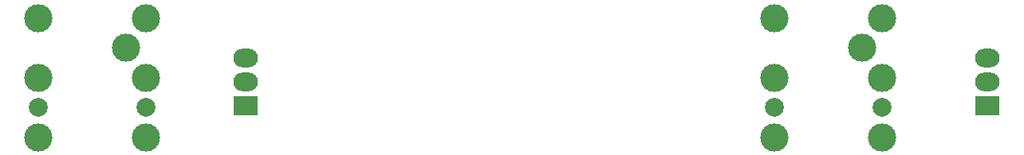
<source format=gbr>
G04 #@! TF.GenerationSoftware,KiCad,Pcbnew,(5.1.6-0-10_14)*
G04 #@! TF.CreationDate,2020-11-10T23:15:50+01:00*
G04 #@! TF.ProjectId,Headphone Board,48656164-7068-46f6-9e65-20426f617264,rev?*
G04 #@! TF.SameCoordinates,Original*
G04 #@! TF.FileFunction,Copper,L1,Top*
G04 #@! TF.FilePolarity,Positive*
%FSLAX46Y46*%
G04 Gerber Fmt 4.6, Leading zero omitted, Abs format (unit mm)*
G04 Created by KiCad (PCBNEW (5.1.6-0-10_14)) date 2020-11-10 23:15:50*
%MOMM*%
%LPD*%
G01*
G04 APERTURE LIST*
G04 #@! TA.AperFunction,ComponentPad*
%ADD10O,2.600000X2.000000*%
G04 #@! TD*
G04 #@! TA.AperFunction,ComponentPad*
%ADD11R,2.600000X2.000000*%
G04 #@! TD*
G04 #@! TA.AperFunction,ComponentPad*
%ADD12C,3.000000*%
G04 #@! TD*
G04 #@! TA.AperFunction,ViaPad*
%ADD13C,3.000000*%
G04 #@! TD*
G04 #@! TA.AperFunction,ViaPad*
%ADD14C,2.000000*%
G04 #@! TD*
G04 APERTURE END LIST*
D10*
X196850000Y-85725000D03*
X196850000Y-88265000D03*
D11*
X196850000Y-90805000D03*
D10*
X118110000Y-85725000D03*
X118110000Y-88265000D03*
D11*
X118110000Y-90805000D03*
D12*
X107558840Y-87825580D03*
X96131380Y-87825580D03*
X107558840Y-94175580D03*
X96131380Y-94175580D03*
X107558840Y-81475580D03*
X96131380Y-81475580D03*
D13*
X105427780Y-84625180D03*
D14*
X96131380Y-90975180D03*
X107558840Y-90975180D03*
D12*
X185663840Y-87825580D03*
X174236380Y-87825580D03*
X185663840Y-94175580D03*
X174236380Y-94175580D03*
X185663840Y-81475580D03*
X174236380Y-81475580D03*
D13*
X183532780Y-84625180D03*
D14*
X174236380Y-90975180D03*
X185663840Y-90975180D03*
M02*

</source>
